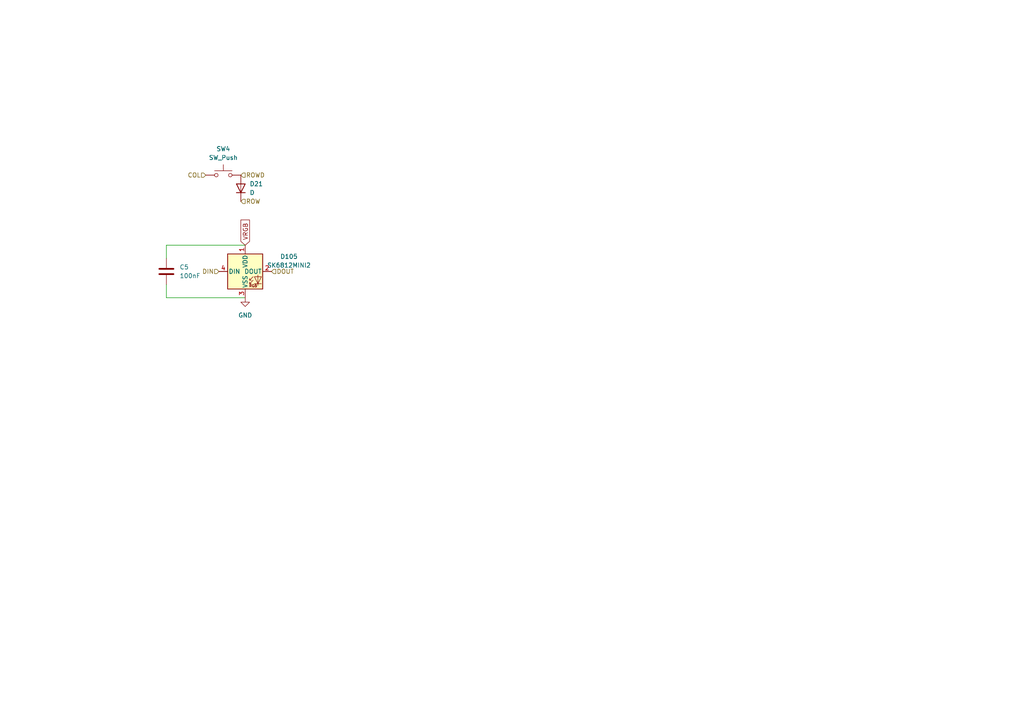
<source format=kicad_sch>
(kicad_sch (version 20211123) (generator eeschema)
  (paper "A4")
  (lib_symbols
    (symbol "Device:C" (pin_numbers hide) (pin_names (offset 0.254))
      (property "Reference" "C" (at 0.635 2.54 0))
      (property "Value" "C" (at 0.635 -2.54 0))
      (symbol "C_0_1"
        (polyline (pts (xy -2.032 -0.762) (xy 2.032 -0.762)) (stroke (width 0.508)))
        (polyline (pts (xy -2.032 0.762) (xy 2.032 0.762)) (stroke (width 0.508)))
      )
      (symbol "C_1_1"
        (pin passive line (at 0 3.81 270) (length 2.794) (name "~") (number "1"))
        (pin passive line (at 0 -3.81 90) (length 2.794) (name "~") (number "2"))
      )
    )
    (symbol "Device:D" (pin_numbers hide) (pin_names (offset 1.016) hide)
      (property "Reference" "D" (at 0 2.54 0))
      (property "Value" "D" (at 0 -2.54 0))
      (symbol "D_0_1"
        (polyline (pts (xy -1.27 1.27) (xy -1.27 -1.27)) (stroke (width 0.254)))
        (polyline (pts (xy 1.27 0) (xy -1.27 0)))
        (polyline (pts (xy 1.27 1.27) (xy 1.27 -1.27) (xy -1.27 0) (xy 1.27 1.27)) (stroke (width 0.254)))
      )
      (symbol "D_1_1"
        (pin passive line (at -3.81 0 0) (length 2.54) (name "K") (number "1"))
        (pin passive line (at 3.81 0 180) (length 2.54) (name "A") (number "2"))
      )
    )
    (symbol "Stefan:SK6812MINI2" (pin_names (offset 0.254))
      (property "Reference" "D" (at 5.08 5.715 0))
      (property "Value" "SK6812MINI2" (at 1.27 -5.715 0))
      (symbol "SK6812MINI2_0_0"
        (text "RGB" (at 2.286 -4.191 0) (effects (font (size 0.762 0.762))))
      )
      (symbol "SK6812MINI2_0_1"
        (polyline (pts (xy 1.27 -3.556) (xy 1.778 -3.556)))
        (polyline (pts (xy 1.27 -2.54) (xy 1.778 -2.54)))
        (polyline (pts (xy 4.699 -3.556) (xy 2.667 -3.556)))
        (polyline (pts (xy 2.286 -2.54) (xy 1.27 -3.556) (xy 1.27 -3.048)))
        (polyline (pts (xy 2.286 -1.524) (xy 1.27 -2.54) (xy 1.27 -2.032)))
        (polyline (pts (xy 3.683 -1.016) (xy 3.683 -3.556) (xy 3.683 -4.064)))
        (polyline (pts (xy 4.699 -1.524) (xy 2.667 -1.524) (xy 3.683 -3.556) (xy 4.699 -1.524)))
        (rectangle (start 5.08 5.08) (end -5.08 -5.08) (stroke (width 0.254)) (fill (type background)))
      )
      (symbol "SK6812MINI2_1_1"
        (pin power_in line (at 0 7.62 270) (length 2.54) (name "VDD") (number "1"))
        (pin output line (at 7.62 0 180) (length 2.54) (name "DOUT") (number "2"))
        (pin power_in line (at 0 -7.62 90) (length 2.54) (name "VSS") (number "3"))
        (pin input line (at -7.62 0 0) (length 2.54) (name "DIN") (number "4"))
      )
    )
    (symbol "Switch:SW_Push" (pin_numbers hide) (pin_names (offset 1.016) hide)
      (property "Reference" "SW" (at 1.27 2.54 0))
      (property "Value" "SW_Push" (at 0 -1.524 0))
      (symbol "SW_Push_0_1"
        (circle (center -2.032 0) (radius 0.508))
        (polyline (pts (xy 0 1.27) (xy 0 3.048)))
        (polyline (pts (xy 2.54 1.27) (xy -2.54 1.27)))
        (circle (center 2.032 0) (radius 0.508))
        (pin passive line (at -5.08 0 0) (length 2.54) (name "1") (number "1"))
        (pin passive line (at 5.08 0 180) (length 2.54) (name "2") (number "2"))
      )
    )
    (symbol "power:GND" (power) (pin_names (offset 0))
      (property "Value" "GND" (at 0 -3.81 0))
      (symbol "GND_0_1"
        (polyline (pts (xy 0 0) (xy 0 -1.27) (xy 1.27 -1.27) (xy 0 -2.54) (xy -1.27 -1.27) (xy 0 -1.27)))
      )
      (symbol "GND_1_1"
        (pin power_in line (at 0 0 270) (length 0) hide (name "GND") (number "1"))
      )
    )
  )
  (wire (pts (xy 48.26 71.12) (xy 48.26 74.93)))
  (wire (pts (xy 48.26 82.55) (xy 48.26 86.36)))
  (wire (pts (xy 48.26 86.36) (xy 71.12 86.36)))
  (wire (pts (xy 71.12 71.12) (xy 48.26 71.12)))
  (global_label "VRGB" (shape input) (at 71.12 71.12 90) (property "Intersheet References" "${INTERSHEET_REFS}" (effects hide)))
  (hierarchical_label "ROW" (shape input) (at 69.85 58.42 0))
  (hierarchical_label "ROWD" (shape input) (at 69.85 50.8 0))
  (hierarchical_label "DOUT" (shape input) (at 78.74 78.74 0))
  (hierarchical_label "DIN" (shape input) (at 63.5 78.74 180))
  (hierarchical_label "COL" (shape input) (at 59.69 50.8 180))
  (symbol (lib_id "Device:C") (at 48.26 78.74 0)
    (property "Reference" "C5" (at 52.07 77.4699 0) (effects (justify left)))
    (property "Value" "100nF" (at 52.07 80.0099 0) (effects (justify left)))
    (property "Footprint" "Stefan:C_0805_2012Metric_Pad1.18x1.45mm_HandSolder_Dual_Reversible" (effects hide))
  )
  (symbol (lib_id "Switch:SW_Push") (at 64.77 50.8 0)
    (property "Reference" "SW4" (at 64.77 43.18 0))
    (property "Value" "SW_Push" (at 64.77 45.72 0))
    (property "Footprint" "Stefan:SW_MX_PG1350_reversible" (effects hide))
  )
  (symbol (lib_id "power:GND") (at 71.12 86.36 0)
    (property "Reference" "#PWR034" (effects hide))
    (property "Value" "GND" (at 71.12 91.44 0))
  )
  (symbol (lib_id "Device:D") (at 69.85 54.61 90)
    (property "Reference" "D21" (at 72.39 53.3399 90) (effects (justify right)))
    (property "Value" "D" (at 72.39 55.8799 90) (effects (justify right)))
    (property "Footprint" "Stefan:D_0805_2012Metric_Pad1.18x1.45mm_HandSolder_Dual_Reversible" (effects hide))
  )
  (symbol (lib_id "Stefan:SK6812MINI2") (at 71.12 78.74 0)
    (property "Reference" "D105" (at 83.82 74.4093 0))
    (property "Value" "SK6812MINI2" (at 83.82 76.9493 0))
    (property "Footprint" "Stefan:SK6812-MINI-E_Reversible" (effects hide))
    (property "Datasheet" "https://cdn-shop.adafruit.com/product-files/2686/SK6812MINI_REV.01-1-2.pdf" (effects hide))
  )
)
</source>
